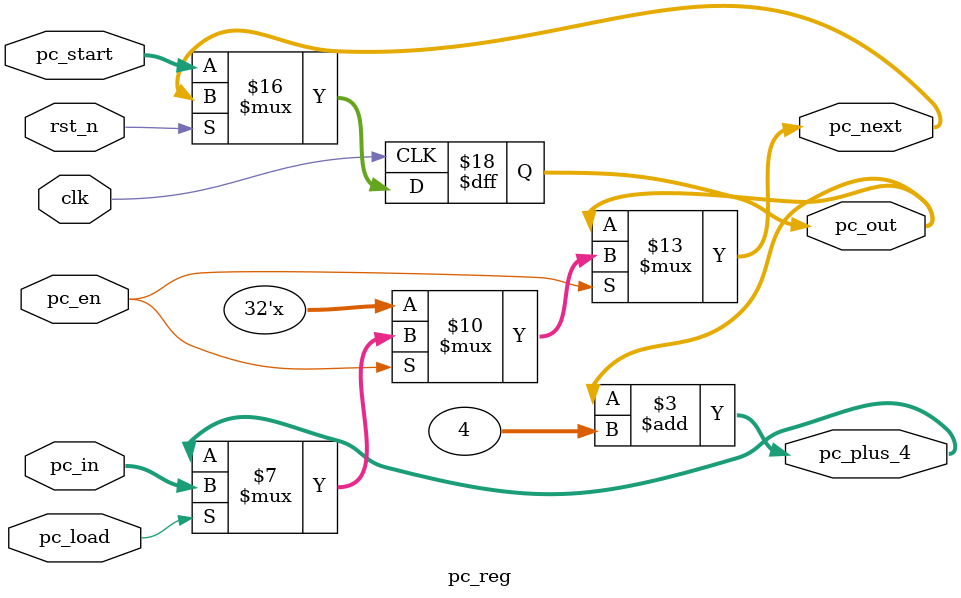
<source format=v>
module pc_reg (
    input  wire        clk,
    input  wire        rst_n,  // synchronous reset
    input  wire        pc_en,
    input  wire [31:0] pc_start,
    input  wire        pc_load,
    input  wire [31:0] pc_in,
    output reg  [31:0] pc_out,
    output wire [31:0] pc_plus_4,
    output reg  [31:0] pc_next
);

    always @(posedge clk) begin
        if (!rst_n)
            pc_out <= pc_start;
        else
            pc_out <= pc_next;
    end

    assign pc_plus_4 = pc_out + 32'd4;

    always @(*) begin
        if (!pc_en)
            pc_next = pc_out;
        else if (pc_load)
            pc_next = pc_in;
        else
            pc_next = pc_plus_4;
    end

endmodule

</source>
